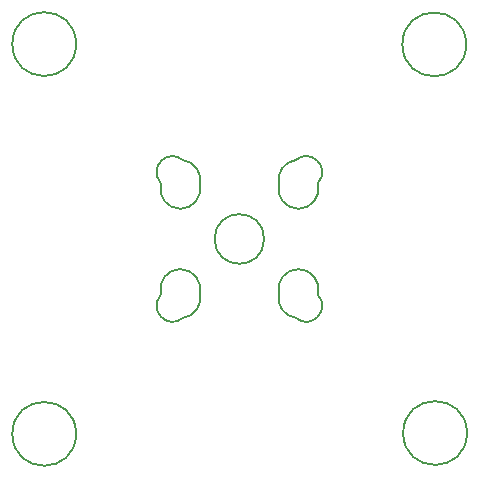
<source format=gbr>
%TF.GenerationSoftware,KiCad,Pcbnew,7.0.7*%
%TF.CreationDate,2023-09-04T20:48:43-04:00*%
%TF.ProjectId,square,73717561-7265-42e6-9b69-6361645f7063,rev?*%
%TF.SameCoordinates,Original*%
%TF.FileFunction,Other,Comment*%
%FSLAX46Y46*%
G04 Gerber Fmt 4.6, Leading zero omitted, Abs format (unit mm)*
G04 Created by KiCad (PCBNEW 7.0.7) date 2023-09-04 20:48:43*
%MOMM*%
%LPD*%
G01*
G04 APERTURE LIST*
%ADD10C,0.150000*%
%ADD11C,0.200000*%
G04 APERTURE END LIST*
D10*
%TO.C,H1*%
X-13825000Y16500000D02*
G75*
G03*
X-13825000Y16500000I-2700000J0D01*
G01*
D11*
%TO.C,U1*%
X-4783305Y6686133D02*
G75*
G03*
X-6686131Y4783307I-873549J-1029277D01*
G01*
X-6658122Y-4625000D02*
G75*
G03*
X-6686131Y-4783306I1656170J-374656D01*
G01*
X-6686130Y4783307D02*
G75*
G03*
X-6658121Y4625000I1686875J216825D01*
G01*
X-3341874Y-4625000D02*
G75*
G03*
X-6658122Y-4625000I-1658124J375000D01*
G01*
X-3341875Y4625000D02*
G75*
G03*
X-4783305Y6686132I-1658113J375007D01*
G01*
X-6686131Y-4783306D02*
G75*
G03*
X-4783305Y-6686133I1029287J-873539D01*
G01*
X-6658122Y4625000D02*
G75*
G03*
X-3341874Y4625000I1658124J-375000D01*
G01*
X-4783305Y-6686133D02*
G75*
G03*
X-3341874Y-4625000I-216686J1686128D01*
G01*
X4783308Y6686131D02*
G75*
G03*
X3341878Y4625000I216692J-1686131D01*
G01*
X6658126Y-4625000D02*
G75*
G03*
X3341878Y-4625000I-1658124J375000D01*
G01*
X6686133Y4783309D02*
G75*
G03*
X4783309Y6686132I-1029233J873591D01*
G01*
X3341877Y-4625000D02*
G75*
G03*
X4783308Y-6686132I1658123J-375000D01*
G01*
X3341878Y4625000D02*
G75*
G03*
X6658126Y4625000I1658124J-375000D01*
G01*
X6686134Y-4783306D02*
G75*
G03*
X6658126Y-4625000I-1687834J-216994D01*
G01*
X6658124Y4625001D02*
G75*
G03*
X6686134Y4783307I-1658024J374999D01*
G01*
X4783308Y-6686133D02*
G75*
G03*
X6686135Y-4783306I873547J1029280D01*
G01*
X2100002Y0D02*
G75*
G03*
X2100002Y0I-2100000J0D01*
G01*
D10*
%TO.C,H2*%
X19200000Y16475000D02*
G75*
G03*
X19200000Y16475000I-2700000J0D01*
G01*
%TO.C,H3*%
X-13825000Y-16500000D02*
G75*
G03*
X-13825000Y-16500000I-2700000J0D01*
G01*
%TO.C,H4*%
X19268109Y-16431891D02*
G75*
G03*
X19268109Y-16431891I-2700000J0D01*
G01*
%TD*%
M02*

</source>
